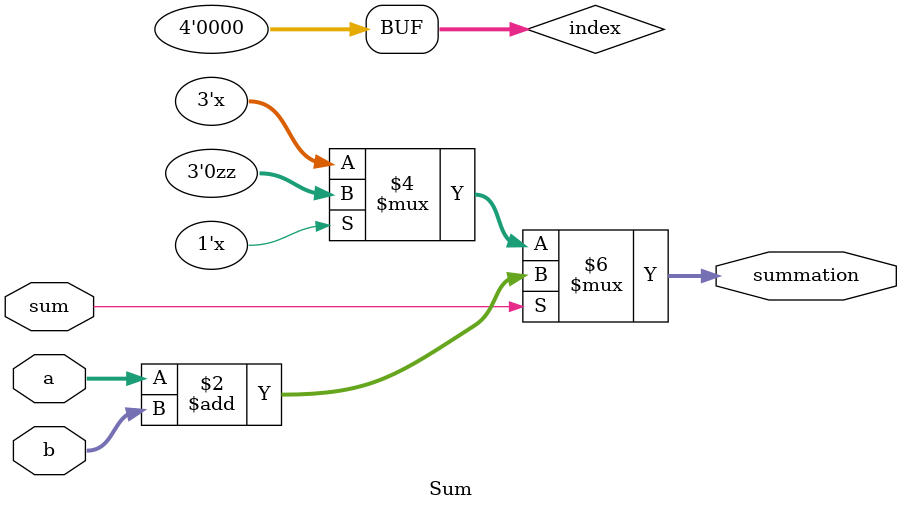
<source format=v>
module Sum (
    input [1:0] a,
    input [1:0] b,
    input sum,
    output reg [2:0] summation
);
    reg [7:0] Summations [0:9]; 
    reg [3:0] index;

    reg [1:0] sum_;

    initial index = 0;

    always @(*) begin
        case (sum)
        1'b1: begin
            // Summations[index] <= a + b;
            summation <= a + b;
            // index <= index + 1;
            $display("%d, %d, sum_:%d", a, b, summation);

            // if (index == 10)
            //     index = 0;
        end
        1'bz: begin
            summation = 2'bz;
        end
        endcase 
    end

    // assign summation = sum_;

    // assign summation = sum == 1 ? a + b : 2'bz;

endmodule
</source>
